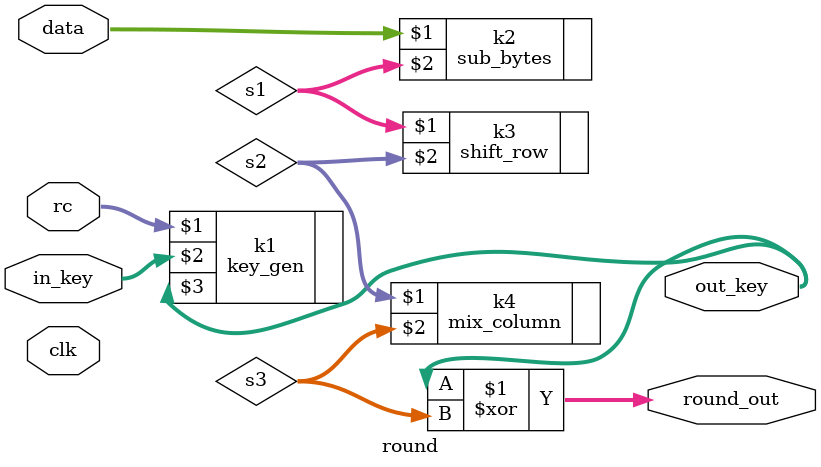
<source format=sv>

module round(
    input logic clk,
    input logic [3:0] rc,
    input logic [127:0] data,
    input logic [127:0] in_key,
    output logic [127:0] out_key,
    output logic [127:0] round_out
);

logic [127:0] s1, s2, s3;

key_gen k1 (rc, in_key, out_key);
sub_bytes k2 (data, s1);
shift_row k3 (s1, s2);
mix_column k4 (s2, s3);

assign round_out = out_key ^ s3; 

endmodule

</source>
